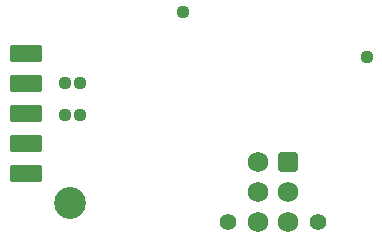
<source format=gbs>
G75*
G70*
%OFA0B0*%
%FSLAX24Y24*%
%IPPOS*%
%LPD*%
%AMOC8*
5,1,8,0,0,1.08239X$1,22.5*
%
%ADD10C,0.1064*%
%ADD11C,0.0204*%
%ADD12C,0.0680*%
%ADD13C,0.0552*%
%ADD14C,0.0174*%
%ADD15C,0.0437*%
D10*
X003124Y003001D03*
D11*
X010136Y004614D02*
X010612Y004614D01*
X010612Y004138D01*
X010136Y004138D01*
X010136Y004614D01*
X010136Y004341D02*
X010612Y004341D01*
X010612Y004544D02*
X010136Y004544D01*
D12*
X009374Y004376D03*
X009374Y003376D03*
X010374Y003376D03*
X010374Y002376D03*
X009374Y002376D03*
D13*
X008374Y002376D03*
X011374Y002376D03*
D14*
X002077Y003798D02*
X002077Y004204D01*
X002077Y003798D02*
X001171Y003798D01*
X001171Y004204D01*
X002077Y004204D01*
X002077Y003971D02*
X001171Y003971D01*
X001171Y004144D02*
X002077Y004144D01*
X002077Y004798D02*
X002077Y005204D01*
X002077Y004798D02*
X001171Y004798D01*
X001171Y005204D01*
X002077Y005204D01*
X002077Y004971D02*
X001171Y004971D01*
X001171Y005144D02*
X002077Y005144D01*
X002077Y005798D02*
X002077Y006204D01*
X002077Y005798D02*
X001171Y005798D01*
X001171Y006204D01*
X002077Y006204D01*
X002077Y005971D02*
X001171Y005971D01*
X001171Y006144D02*
X002077Y006144D01*
X002077Y006798D02*
X002077Y007204D01*
X002077Y006798D02*
X001171Y006798D01*
X001171Y007204D01*
X002077Y007204D01*
X002077Y006971D02*
X001171Y006971D01*
X001171Y007144D02*
X002077Y007144D01*
X002077Y007798D02*
X002077Y008204D01*
X002077Y007798D02*
X001171Y007798D01*
X001171Y008204D01*
X002077Y008204D01*
X002077Y007971D02*
X001171Y007971D01*
X001171Y008144D02*
X002077Y008144D01*
D15*
X001874Y008001D03*
X001374Y008001D03*
X002936Y007001D03*
X003436Y007001D03*
X003436Y005939D03*
X002936Y005939D03*
X006874Y009376D03*
X012999Y007876D03*
M02*

</source>
